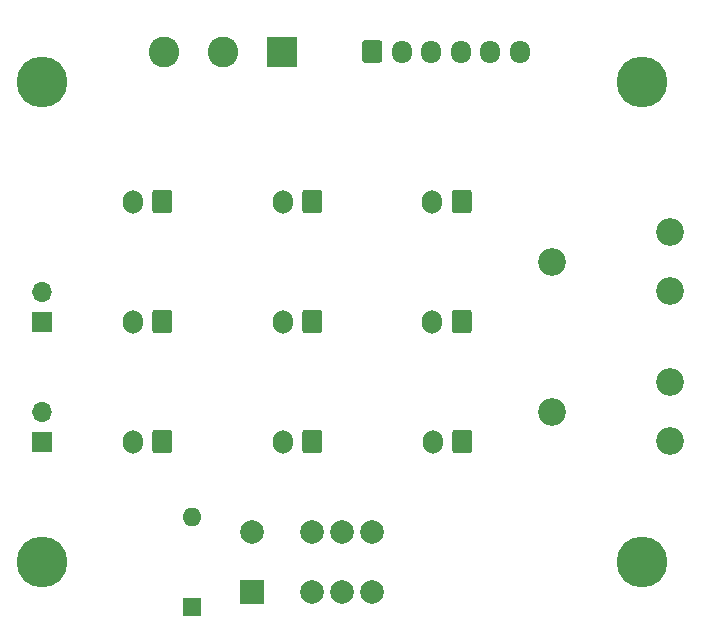
<source format=gbs>
%TF.GenerationSoftware,KiCad,Pcbnew,(5.1.9)-1*%
%TF.CreationDate,2021-09-13T23:33:08+02:00*%
%TF.ProjectId,SafetyBoard,53616665-7479-4426-9f61-72642e6b6963,rev?*%
%TF.SameCoordinates,Original*%
%TF.FileFunction,Soldermask,Bot*%
%TF.FilePolarity,Negative*%
%FSLAX46Y46*%
G04 Gerber Fmt 4.6, Leading zero omitted, Abs format (unit mm)*
G04 Created by KiCad (PCBNEW (5.1.9)-1) date 2021-09-13 23:33:08*
%MOMM*%
%LPD*%
G01*
G04 APERTURE LIST*
%ADD10R,2.600000X2.600000*%
%ADD11C,2.600000*%
%ADD12C,4.300000*%
%ADD13O,1.700000X1.950000*%
%ADD14R,1.600000X1.600000*%
%ADD15O,1.600000X1.600000*%
%ADD16C,2.000000*%
%ADD17R,2.000000X2.000000*%
%ADD18O,1.700000X2.000000*%
%ADD19R,1.700000X1.700000*%
%ADD20O,1.700000X1.700000*%
%ADD21C,2.340000*%
G04 APERTURE END LIST*
D10*
%TO.C,J4*%
X149860000Y-33020000D03*
D11*
X144860000Y-33020000D03*
X139860000Y-33020000D03*
%TD*%
D12*
%TO.C,REF\u002A\u002A*%
X180340000Y-76200000D03*
%TD*%
%TO.C,REF\u002A\u002A*%
X129540000Y-76200000D03*
%TD*%
%TO.C,REF\u002A\u002A*%
X129540000Y-35560000D03*
%TD*%
%TO.C,REF\u002A\u002A*%
X180340000Y-35560000D03*
%TD*%
%TO.C,J5*%
G36*
G01*
X156630000Y-33745000D02*
X156630000Y-32295000D01*
G75*
G02*
X156880000Y-32045000I250000J0D01*
G01*
X158080000Y-32045000D01*
G75*
G02*
X158330000Y-32295000I0J-250000D01*
G01*
X158330000Y-33745000D01*
G75*
G02*
X158080000Y-33995000I-250000J0D01*
G01*
X156880000Y-33995000D01*
G75*
G02*
X156630000Y-33745000I0J250000D01*
G01*
G37*
D13*
X159980000Y-33020000D03*
X162480000Y-33020000D03*
X164980000Y-33020000D03*
X167480000Y-33020000D03*
X169980000Y-33020000D03*
%TD*%
D14*
%TO.C,D1*%
X142240000Y-80010000D03*
D15*
X142240000Y-72390000D03*
%TD*%
D16*
%TO.C,HFD31*%
X154940000Y-73660000D03*
X154940000Y-78740000D03*
X147320000Y-73660000D03*
X152400000Y-73660000D03*
D17*
X147320000Y-78740000D03*
D16*
X152400000Y-78740000D03*
X157480000Y-73660000D03*
X157480000Y-78740000D03*
%TD*%
D18*
%TO.C,J1*%
X162560000Y-45720000D03*
G36*
G01*
X165910000Y-44970000D02*
X165910000Y-46470000D01*
G75*
G02*
X165660000Y-46720000I-250000J0D01*
G01*
X164460000Y-46720000D01*
G75*
G02*
X164210000Y-46470000I0J250000D01*
G01*
X164210000Y-44970000D01*
G75*
G02*
X164460000Y-44720000I250000J0D01*
G01*
X165660000Y-44720000D01*
G75*
G02*
X165910000Y-44970000I0J-250000D01*
G01*
G37*
%TD*%
%TO.C,J2*%
G36*
G01*
X165910000Y-55130000D02*
X165910000Y-56630000D01*
G75*
G02*
X165660000Y-56880000I-250000J0D01*
G01*
X164460000Y-56880000D01*
G75*
G02*
X164210000Y-56630000I0J250000D01*
G01*
X164210000Y-55130000D01*
G75*
G02*
X164460000Y-54880000I250000J0D01*
G01*
X165660000Y-54880000D01*
G75*
G02*
X165910000Y-55130000I0J-250000D01*
G01*
G37*
X162560000Y-55880000D03*
%TD*%
%TO.C,J3*%
X162600000Y-66040000D03*
G36*
G01*
X165950000Y-65290000D02*
X165950000Y-66790000D01*
G75*
G02*
X165700000Y-67040000I-250000J0D01*
G01*
X164500000Y-67040000D01*
G75*
G02*
X164250000Y-66790000I0J250000D01*
G01*
X164250000Y-65290000D01*
G75*
G02*
X164500000Y-65040000I250000J0D01*
G01*
X165700000Y-65040000D01*
G75*
G02*
X165950000Y-65290000I0J-250000D01*
G01*
G37*
%TD*%
%TO.C,J6*%
G36*
G01*
X140550000Y-44970000D02*
X140550000Y-46470000D01*
G75*
G02*
X140300000Y-46720000I-250000J0D01*
G01*
X139100000Y-46720000D01*
G75*
G02*
X138850000Y-46470000I0J250000D01*
G01*
X138850000Y-44970000D01*
G75*
G02*
X139100000Y-44720000I250000J0D01*
G01*
X140300000Y-44720000D01*
G75*
G02*
X140550000Y-44970000I0J-250000D01*
G01*
G37*
X137200000Y-45720000D03*
%TD*%
%TO.C,J7*%
G36*
G01*
X140550000Y-55130000D02*
X140550000Y-56630000D01*
G75*
G02*
X140300000Y-56880000I-250000J0D01*
G01*
X139100000Y-56880000D01*
G75*
G02*
X138850000Y-56630000I0J250000D01*
G01*
X138850000Y-55130000D01*
G75*
G02*
X139100000Y-54880000I250000J0D01*
G01*
X140300000Y-54880000D01*
G75*
G02*
X140550000Y-55130000I0J-250000D01*
G01*
G37*
X137200000Y-55880000D03*
%TD*%
%TO.C,J8*%
G36*
G01*
X140550000Y-65290000D02*
X140550000Y-66790000D01*
G75*
G02*
X140300000Y-67040000I-250000J0D01*
G01*
X139100000Y-67040000D01*
G75*
G02*
X138850000Y-66790000I0J250000D01*
G01*
X138850000Y-65290000D01*
G75*
G02*
X139100000Y-65040000I250000J0D01*
G01*
X140300000Y-65040000D01*
G75*
G02*
X140550000Y-65290000I0J-250000D01*
G01*
G37*
X137200000Y-66040000D03*
%TD*%
%TO.C,J9*%
G36*
G01*
X153250000Y-44970000D02*
X153250000Y-46470000D01*
G75*
G02*
X153000000Y-46720000I-250000J0D01*
G01*
X151800000Y-46720000D01*
G75*
G02*
X151550000Y-46470000I0J250000D01*
G01*
X151550000Y-44970000D01*
G75*
G02*
X151800000Y-44720000I250000J0D01*
G01*
X153000000Y-44720000D01*
G75*
G02*
X153250000Y-44970000I0J-250000D01*
G01*
G37*
X149900000Y-45720000D03*
%TD*%
%TO.C,J10*%
X149900000Y-66040000D03*
G36*
G01*
X153250000Y-65290000D02*
X153250000Y-66790000D01*
G75*
G02*
X153000000Y-67040000I-250000J0D01*
G01*
X151800000Y-67040000D01*
G75*
G02*
X151550000Y-66790000I0J250000D01*
G01*
X151550000Y-65290000D01*
G75*
G02*
X151800000Y-65040000I250000J0D01*
G01*
X153000000Y-65040000D01*
G75*
G02*
X153250000Y-65290000I0J-250000D01*
G01*
G37*
%TD*%
%TO.C,J11*%
X149900000Y-55880000D03*
G36*
G01*
X153250000Y-55130000D02*
X153250000Y-56630000D01*
G75*
G02*
X153000000Y-56880000I-250000J0D01*
G01*
X151800000Y-56880000D01*
G75*
G02*
X151550000Y-56630000I0J250000D01*
G01*
X151550000Y-55130000D01*
G75*
G02*
X151800000Y-54880000I250000J0D01*
G01*
X153000000Y-54880000D01*
G75*
G02*
X153250000Y-55130000I0J-250000D01*
G01*
G37*
%TD*%
D19*
%TO.C,JP1*%
X129540000Y-55880000D03*
D20*
X129540000Y-53340000D03*
%TD*%
%TO.C,JP2*%
X129540000Y-63500000D03*
D19*
X129540000Y-66040000D03*
%TD*%
D21*
%TO.C,RV1*%
X182720000Y-53300000D03*
X172720000Y-50800000D03*
X182720000Y-48300000D03*
%TD*%
%TO.C,RV2*%
X182720000Y-61000000D03*
X172720000Y-63500000D03*
X182720000Y-66000000D03*
%TD*%
M02*

</source>
